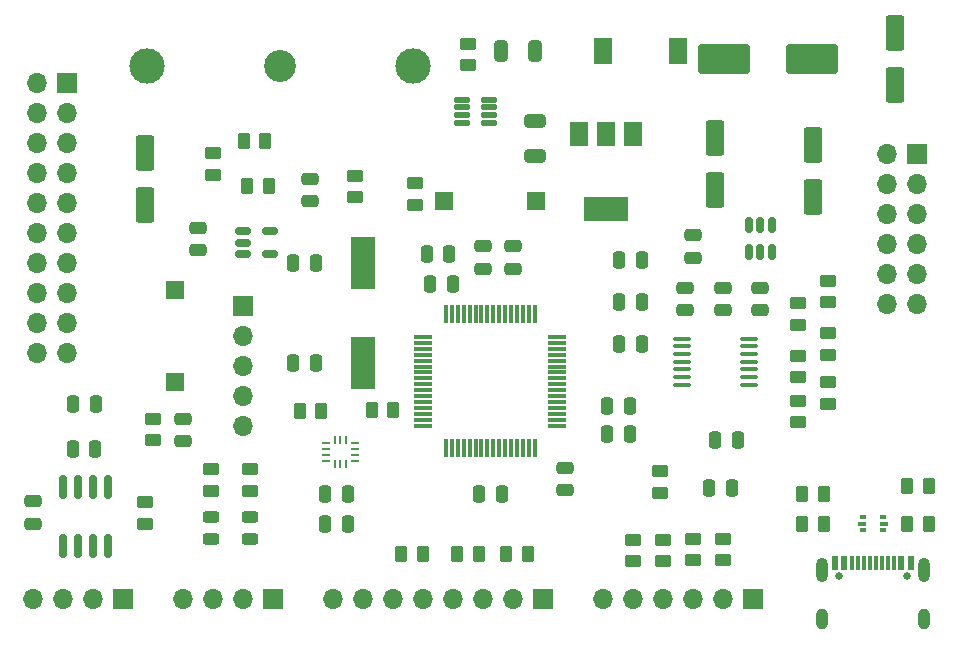
<source format=gbr>
%TF.GenerationSoftware,KiCad,Pcbnew,7.0.5*%
%TF.CreationDate,2023-06-26T01:29:26+02:00*%
%TF.ProjectId,GigaVesc,47696761-5665-4736-932e-6b696361645f,rev?*%
%TF.SameCoordinates,Original*%
%TF.FileFunction,Soldermask,Top*%
%TF.FilePolarity,Negative*%
%FSLAX46Y46*%
G04 Gerber Fmt 4.6, Leading zero omitted, Abs format (unit mm)*
G04 Created by KiCad (PCBNEW 7.0.5) date 2023-06-26 01:29:26*
%MOMM*%
%LPD*%
G01*
G04 APERTURE LIST*
G04 Aperture macros list*
%AMRoundRect*
0 Rectangle with rounded corners*
0 $1 Rounding radius*
0 $2 $3 $4 $5 $6 $7 $8 $9 X,Y pos of 4 corners*
0 Add a 4 corners polygon primitive as box body*
4,1,4,$2,$3,$4,$5,$6,$7,$8,$9,$2,$3,0*
0 Add four circle primitives for the rounded corners*
1,1,$1+$1,$2,$3*
1,1,$1+$1,$4,$5*
1,1,$1+$1,$6,$7*
1,1,$1+$1,$8,$9*
0 Add four rect primitives between the rounded corners*
20,1,$1+$1,$2,$3,$4,$5,0*
20,1,$1+$1,$4,$5,$6,$7,0*
20,1,$1+$1,$6,$7,$8,$9,0*
20,1,$1+$1,$8,$9,$2,$3,0*%
G04 Aperture macros list end*
%ADD10RoundRect,0.250000X0.262500X0.450000X-0.262500X0.450000X-0.262500X-0.450000X0.262500X-0.450000X0*%
%ADD11RoundRect,0.250000X-0.450000X0.262500X-0.450000X-0.262500X0.450000X-0.262500X0.450000X0.262500X0*%
%ADD12RoundRect,0.150000X-0.150000X0.825000X-0.150000X-0.825000X0.150000X-0.825000X0.150000X0.825000X0*%
%ADD13RoundRect,0.150000X0.150000X-0.512500X0.150000X0.512500X-0.150000X0.512500X-0.150000X-0.512500X0*%
%ADD14RoundRect,0.250000X0.250000X0.475000X-0.250000X0.475000X-0.250000X-0.475000X0.250000X-0.475000X0*%
%ADD15RoundRect,0.250000X-0.250000X-0.475000X0.250000X-0.475000X0.250000X0.475000X-0.250000X0.475000X0*%
%ADD16RoundRect,0.250000X-0.475000X0.250000X-0.475000X-0.250000X0.475000X-0.250000X0.475000X0.250000X0*%
%ADD17R,1.700000X1.700000*%
%ADD18O,1.700000X1.700000*%
%ADD19RoundRect,0.125000X0.537500X0.125000X-0.537500X0.125000X-0.537500X-0.125000X0.537500X-0.125000X0*%
%ADD20RoundRect,0.243750X-0.456250X0.243750X-0.456250X-0.243750X0.456250X-0.243750X0.456250X0.243750X0*%
%ADD21RoundRect,0.250000X0.550000X-1.250000X0.550000X1.250000X-0.550000X1.250000X-0.550000X-1.250000X0*%
%ADD22R,1.500000X2.200000*%
%ADD23RoundRect,0.250000X-0.650000X0.325000X-0.650000X-0.325000X0.650000X-0.325000X0.650000X0.325000X0*%
%ADD24RoundRect,0.100000X0.637500X0.100000X-0.637500X0.100000X-0.637500X-0.100000X0.637500X-0.100000X0*%
%ADD25R,1.500000X2.000000*%
%ADD26R,3.800000X2.000000*%
%ADD27C,2.700000*%
%ADD28C,3.000000*%
%ADD29R,0.675000X0.250000*%
%ADD30R,0.250000X0.675000*%
%ADD31RoundRect,0.250000X0.475000X-0.250000X0.475000X0.250000X-0.475000X0.250000X-0.475000X-0.250000X0*%
%ADD32RoundRect,0.250000X0.450000X-0.262500X0.450000X0.262500X-0.450000X0.262500X-0.450000X-0.262500X0*%
%ADD33RoundRect,0.250000X-0.262500X-0.450000X0.262500X-0.450000X0.262500X0.450000X-0.262500X0.450000X0*%
%ADD34RoundRect,0.250000X-0.325000X-0.650000X0.325000X-0.650000X0.325000X0.650000X-0.325000X0.650000X0*%
%ADD35R,1.500000X1.500000*%
%ADD36RoundRect,0.150000X-0.512500X-0.150000X0.512500X-0.150000X0.512500X0.150000X-0.512500X0.150000X0*%
%ADD37C,0.650000*%
%ADD38R,0.600000X1.150000*%
%ADD39R,0.300000X1.150000*%
%ADD40O,1.000000X2.100000*%
%ADD41O,1.000000X1.800000*%
%ADD42RoundRect,0.075000X-0.700000X-0.075000X0.700000X-0.075000X0.700000X0.075000X-0.700000X0.075000X0*%
%ADD43RoundRect,0.075000X-0.075000X-0.700000X0.075000X-0.700000X0.075000X0.700000X-0.075000X0.700000X0*%
%ADD44RoundRect,0.250000X-1.950000X-1.000000X1.950000X-1.000000X1.950000X1.000000X-1.950000X1.000000X0*%
%ADD45R,0.500000X0.375000*%
%ADD46R,0.650000X0.300000*%
%ADD47R,2.000000X4.500000*%
G04 APERTURE END LIST*
D10*
%TO.C,R22*%
X193952500Y-111125000D03*
X192127500Y-111125000D03*
%TD*%
D11*
%TO.C,R21*%
X127635000Y-112475000D03*
X127635000Y-114300000D03*
%TD*%
D12*
%TO.C,U6*%
X124460000Y-111190000D03*
X123190000Y-111190000D03*
X121920000Y-111190000D03*
X120650000Y-111190000D03*
X120650000Y-116140000D03*
X121920000Y-116140000D03*
X123190000Y-116140000D03*
X124460000Y-116140000D03*
%TD*%
D10*
%TO.C,R28*%
X137795000Y-81915000D03*
X135970000Y-81915000D03*
%TD*%
D13*
%TO.C,U5*%
X178755000Y-91307500D03*
X179705000Y-91307500D03*
X180655000Y-91307500D03*
X180655000Y-89032500D03*
X179705000Y-89032500D03*
X178755000Y-89032500D03*
%TD*%
D11*
%TO.C,R20*%
X168910000Y-115650000D03*
X168910000Y-117475000D03*
%TD*%
D14*
%TO.C,C2*%
X142047000Y-92202000D03*
X140147000Y-92202000D03*
%TD*%
D15*
%TO.C,C6*%
X151450000Y-91440000D03*
X153350000Y-91440000D03*
%TD*%
D16*
%TO.C,C1*%
X130810000Y-105415000D03*
X130810000Y-107315000D03*
%TD*%
D17*
%TO.C,J7*%
X135890000Y-95890000D03*
D18*
X135890000Y-98430000D03*
X135890000Y-100970000D03*
X135890000Y-103510000D03*
X135890000Y-106050000D03*
%TD*%
D14*
%TO.C,C8*%
X168656000Y-106680000D03*
X166756000Y-106680000D03*
%TD*%
D19*
%TO.C,U10*%
X156712500Y-80350000D03*
X156712500Y-79700000D03*
X156712500Y-79050000D03*
X156712500Y-78400000D03*
X154437500Y-78400000D03*
X154437500Y-79050000D03*
X154437500Y-79700000D03*
X154437500Y-80350000D03*
%TD*%
D20*
%TO.C,D1*%
X136525000Y-113695000D03*
X136525000Y-115570000D03*
%TD*%
D21*
%TO.C,C33*%
X184150000Y-86655000D03*
X184150000Y-82255000D03*
%TD*%
D15*
%TO.C,C7*%
X167772000Y-99060000D03*
X169672000Y-99060000D03*
%TD*%
D16*
%TO.C,C13*%
X156210000Y-90810000D03*
X156210000Y-92710000D03*
%TD*%
D22*
%TO.C,L1*%
X166345000Y-74295000D03*
X172745000Y-74295000D03*
%TD*%
D23*
%TO.C,C35*%
X160655000Y-80235000D03*
X160655000Y-83185000D03*
%TD*%
D10*
%TO.C,R14*%
X155852500Y-116840000D03*
X154027500Y-116840000D03*
%TD*%
D24*
%TO.C,U4*%
X178757500Y-102534000D03*
X178757500Y-101884000D03*
X178757500Y-101234000D03*
X178757500Y-100584000D03*
X178757500Y-99934000D03*
X178757500Y-99284000D03*
X178757500Y-98634000D03*
X173032500Y-98634000D03*
X173032500Y-99284000D03*
X173032500Y-99934000D03*
X173032500Y-100584000D03*
X173032500Y-101234000D03*
X173032500Y-101884000D03*
X173032500Y-102534000D03*
%TD*%
D25*
%TO.C,U9*%
X168924000Y-81305000D03*
X166624000Y-81305000D03*
D26*
X166624000Y-87605000D03*
D25*
X164324000Y-81305000D03*
%TD*%
D27*
%TO.C,F1*%
X139065000Y-75565000D03*
D28*
X127815000Y-75565000D03*
X150315000Y-75565000D03*
%TD*%
D21*
%TO.C,C32*%
X191135000Y-77130000D03*
X191135000Y-72730000D03*
%TD*%
%TO.C,C30*%
X175895000Y-86020000D03*
X175895000Y-81620000D03*
%TD*%
%TO.C,C28*%
X127635000Y-87290000D03*
X127635000Y-82890000D03*
%TD*%
D29*
%TO.C,U3*%
X142890000Y-107450000D03*
X142890000Y-107950000D03*
X142890000Y-108450000D03*
X142890000Y-108950000D03*
D30*
X143652500Y-109212500D03*
X144152500Y-109212500D03*
X144652500Y-109212500D03*
D29*
X145415000Y-108950000D03*
X145415000Y-108450000D03*
X145415000Y-107950000D03*
X145415000Y-107450000D03*
D30*
X144652500Y-107187500D03*
X144152500Y-107187500D03*
X143652500Y-107187500D03*
%TD*%
D31*
%TO.C,C19*%
X176530000Y-96200000D03*
X176530000Y-94300000D03*
%TD*%
D15*
%TO.C,C25*%
X175392000Y-111252000D03*
X177292000Y-111252000D03*
%TD*%
D16*
%TO.C,C12*%
X158750000Y-90810000D03*
X158750000Y-92710000D03*
%TD*%
D32*
%TO.C,R7*%
X182880000Y-97432500D03*
X182880000Y-95607500D03*
%TD*%
D14*
%TO.C,C11*%
X169672000Y-95504000D03*
X167772000Y-95504000D03*
%TD*%
%TO.C,C10*%
X169672000Y-91948000D03*
X167772000Y-91948000D03*
%TD*%
D32*
%TO.C,R2*%
X150495000Y-87272500D03*
X150495000Y-85447500D03*
%TD*%
D14*
%TO.C,C9*%
X168656000Y-104305000D03*
X166756000Y-104305000D03*
%TD*%
D11*
%TO.C,R30*%
X133350000Y-82907500D03*
X133350000Y-84732500D03*
%TD*%
D33*
%TO.C,R29*%
X136247500Y-85725000D03*
X138072500Y-85725000D03*
%TD*%
D10*
%TO.C,R25*%
X185062500Y-114300000D03*
X183237500Y-114300000D03*
%TD*%
D11*
%TO.C,R19*%
X171450000Y-115650000D03*
X171450000Y-117475000D03*
%TD*%
D10*
%TO.C,R5*%
X142541000Y-104775000D03*
X140716000Y-104775000D03*
%TD*%
D16*
%TO.C,C22*%
X173990000Y-89855000D03*
X173990000Y-91755000D03*
%TD*%
D33*
%TO.C,R24*%
X183237500Y-111760000D03*
X185062500Y-111760000D03*
%TD*%
D11*
%TO.C,R16*%
X171196000Y-109855000D03*
X171196000Y-111680000D03*
%TD*%
D15*
%TO.C,C5*%
X151770000Y-93980000D03*
X153670000Y-93980000D03*
%TD*%
D32*
%TO.C,R4*%
X133223000Y-111481000D03*
X133223000Y-109656000D03*
%TD*%
D15*
%TO.C,C3*%
X140147000Y-100711000D03*
X142047000Y-100711000D03*
%TD*%
D11*
%TO.C,R10*%
X185420000Y-93702500D03*
X185420000Y-95527500D03*
%TD*%
D34*
%TO.C,C29*%
X157705000Y-74295000D03*
X160655000Y-74295000D03*
%TD*%
D15*
%TO.C,C27*%
X121478000Y-107950000D03*
X123378000Y-107950000D03*
%TD*%
D31*
%TO.C,C14*%
X132080000Y-91120000D03*
X132080000Y-89220000D03*
%TD*%
D35*
%TO.C,SW1*%
X160745000Y-86995000D03*
X152945000Y-86995000D03*
%TD*%
D36*
%TO.C,U2*%
X135890000Y-89535000D03*
X135890000Y-90485000D03*
X135890000Y-91435000D03*
X138165000Y-91435000D03*
X138165000Y-89535000D03*
%TD*%
D15*
%TO.C,C17*%
X142880000Y-114300000D03*
X144780000Y-114300000D03*
%TD*%
D32*
%TO.C,R3*%
X136525000Y-111504500D03*
X136525000Y-109679500D03*
%TD*%
D37*
%TO.C,J9*%
X186340000Y-118680000D03*
X192120000Y-118680000D03*
D38*
X186030000Y-117605000D03*
X186830000Y-117605000D03*
D39*
X187980000Y-117605000D03*
X188980000Y-117605000D03*
X189480000Y-117605000D03*
X190480000Y-117605000D03*
D38*
X191630000Y-117605000D03*
X192430000Y-117605000D03*
X192430000Y-117605000D03*
X191630000Y-117605000D03*
D39*
X190980000Y-117605000D03*
X189980000Y-117605000D03*
X188480000Y-117605000D03*
X187480000Y-117605000D03*
D38*
X186830000Y-117605000D03*
X186030000Y-117605000D03*
D40*
X184910000Y-118180000D03*
D41*
X184910000Y-122360000D03*
D40*
X193550000Y-118180000D03*
D41*
X193550000Y-122360000D03*
%TD*%
D17*
%TO.C,J3*%
X138420000Y-120650000D03*
D18*
X135880000Y-120650000D03*
X133340000Y-120650000D03*
X130800000Y-120650000D03*
%TD*%
D33*
%TO.C,R13*%
X158195000Y-116840000D03*
X160020000Y-116840000D03*
%TD*%
D11*
%TO.C,R18*%
X173990000Y-115570000D03*
X173990000Y-117395000D03*
%TD*%
D31*
%TO.C,C15*%
X141605000Y-86995000D03*
X141605000Y-85095000D03*
%TD*%
D32*
%TO.C,R9*%
X182880000Y-105687500D03*
X182880000Y-103862500D03*
%TD*%
D15*
%TO.C,C16*%
X142880000Y-111760000D03*
X144780000Y-111760000D03*
%TD*%
D32*
%TO.C,R27*%
X154940000Y-75485000D03*
X154940000Y-73660000D03*
%TD*%
D42*
%TO.C,U1*%
X151170000Y-98485000D03*
X151170000Y-98985000D03*
X151170000Y-99485000D03*
X151170000Y-99985000D03*
X151170000Y-100485000D03*
X151170000Y-100985000D03*
X151170000Y-101485000D03*
X151170000Y-101985000D03*
X151170000Y-102485000D03*
X151170000Y-102985000D03*
X151170000Y-103485000D03*
X151170000Y-103985000D03*
X151170000Y-104485000D03*
X151170000Y-104985000D03*
X151170000Y-105485000D03*
X151170000Y-105985000D03*
D43*
X153095000Y-107910000D03*
X153595000Y-107910000D03*
X154095000Y-107910000D03*
X154595000Y-107910000D03*
X155095000Y-107910000D03*
X155595000Y-107910000D03*
X156095000Y-107910000D03*
X156595000Y-107910000D03*
X157095000Y-107910000D03*
X157595000Y-107910000D03*
X158095000Y-107910000D03*
X158595000Y-107910000D03*
X159095000Y-107910000D03*
X159595000Y-107910000D03*
X160095000Y-107910000D03*
X160595000Y-107910000D03*
D42*
X162520000Y-105985000D03*
X162520000Y-105485000D03*
X162520000Y-104985000D03*
X162520000Y-104485000D03*
X162520000Y-103985000D03*
X162520000Y-103485000D03*
X162520000Y-102985000D03*
X162520000Y-102485000D03*
X162520000Y-101985000D03*
X162520000Y-101485000D03*
X162520000Y-100985000D03*
X162520000Y-100485000D03*
X162520000Y-99985000D03*
X162520000Y-99485000D03*
X162520000Y-98985000D03*
X162520000Y-98485000D03*
D43*
X160595000Y-96560000D03*
X160095000Y-96560000D03*
X159595000Y-96560000D03*
X159095000Y-96560000D03*
X158595000Y-96560000D03*
X158095000Y-96560000D03*
X157595000Y-96560000D03*
X157095000Y-96560000D03*
X156595000Y-96560000D03*
X156095000Y-96560000D03*
X155595000Y-96560000D03*
X155095000Y-96560000D03*
X154595000Y-96560000D03*
X154095000Y-96560000D03*
X153595000Y-96560000D03*
X153095000Y-96560000D03*
%TD*%
D44*
%TO.C,C34*%
X176640000Y-74930000D03*
X184040000Y-74930000D03*
%TD*%
D16*
%TO.C,C4*%
X163195000Y-109540000D03*
X163195000Y-111440000D03*
%TD*%
D17*
%TO.C,J1*%
X161275000Y-120650000D03*
D18*
X158735000Y-120650000D03*
X156195000Y-120650000D03*
X153655000Y-120650000D03*
X151115000Y-120650000D03*
X148575000Y-120650000D03*
X146035000Y-120650000D03*
X143495000Y-120650000D03*
%TD*%
D35*
%TO.C,SW2*%
X130175000Y-102325000D03*
X130175000Y-94525000D03*
%TD*%
D14*
%TO.C,C23*%
X157795000Y-111760000D03*
X155895000Y-111760000D03*
%TD*%
D33*
%TO.C,R15*%
X149305000Y-116840000D03*
X151130000Y-116840000D03*
%TD*%
D15*
%TO.C,C21*%
X175900000Y-107188000D03*
X177800000Y-107188000D03*
%TD*%
D17*
%TO.C,J5*%
X179070000Y-120650000D03*
D18*
X176530000Y-120650000D03*
X173990000Y-120650000D03*
X171450000Y-120650000D03*
X168910000Y-120650000D03*
X166370000Y-120650000D03*
%TD*%
D11*
%TO.C,R11*%
X185420000Y-98147500D03*
X185420000Y-99972500D03*
%TD*%
D10*
%TO.C,R6*%
X148637000Y-104648000D03*
X146812000Y-104648000D03*
%TD*%
D17*
%TO.C,J8*%
X125730000Y-120650000D03*
D18*
X123190000Y-120650000D03*
X120650000Y-120650000D03*
X118110000Y-120650000D03*
%TD*%
D15*
%TO.C,C26*%
X121544000Y-104140000D03*
X123444000Y-104140000D03*
%TD*%
D11*
%TO.C,R26*%
X145415000Y-84812500D03*
X145415000Y-86637500D03*
%TD*%
D32*
%TO.C,R1*%
X128270000Y-107235000D03*
X128270000Y-105410000D03*
%TD*%
D45*
%TO.C,U7*%
X188380000Y-113762500D03*
D46*
X188305000Y-114300000D03*
D45*
X188380000Y-114837500D03*
X190080000Y-114837500D03*
D46*
X190155000Y-114300000D03*
D45*
X190080000Y-113762500D03*
%TD*%
D11*
%TO.C,R12*%
X185420000Y-102315000D03*
X185420000Y-104140000D03*
%TD*%
D20*
%TO.C,D2*%
X133223000Y-113695000D03*
X133223000Y-115570000D03*
%TD*%
D47*
%TO.C,Y1*%
X146050000Y-100702000D03*
X146050000Y-92202000D03*
%TD*%
D31*
%TO.C,C24*%
X118110000Y-114295000D03*
X118110000Y-112395000D03*
%TD*%
%TO.C,C18*%
X179705000Y-96200000D03*
X179705000Y-94300000D03*
%TD*%
D32*
%TO.C,R8*%
X182880000Y-101877500D03*
X182880000Y-100052500D03*
%TD*%
%TO.C,R17*%
X176530000Y-117395000D03*
X176530000Y-115570000D03*
%TD*%
D31*
%TO.C,C20*%
X173355000Y-96200000D03*
X173355000Y-94300000D03*
%TD*%
D10*
%TO.C,R23*%
X193952500Y-114300000D03*
X192127500Y-114300000D03*
%TD*%
D17*
%TO.C,J6*%
X121000000Y-77000000D03*
D18*
X118460000Y-77000000D03*
X121000000Y-79540000D03*
X118460000Y-79540000D03*
X121000000Y-82080000D03*
X118460000Y-82080000D03*
X121000000Y-84620000D03*
X118460000Y-84620000D03*
X121000000Y-87160000D03*
X118460000Y-87160000D03*
X121000000Y-89700000D03*
X118460000Y-89700000D03*
X121000000Y-92240000D03*
X118460000Y-92240000D03*
X121000000Y-94780000D03*
X118460000Y-94780000D03*
X121000000Y-97320000D03*
X118460000Y-97320000D03*
X121000000Y-99860000D03*
X118460000Y-99860000D03*
%TD*%
D17*
%TO.C,J2*%
X193000000Y-83000000D03*
D18*
X190460000Y-83000000D03*
X193000000Y-85540000D03*
X190460000Y-85540000D03*
X193000000Y-88080000D03*
X190460000Y-88080000D03*
X193000000Y-90620000D03*
X190460000Y-90620000D03*
X193000000Y-93160000D03*
X190460000Y-93160000D03*
X193000000Y-95700000D03*
X190460000Y-95700000D03*
%TD*%
M02*

</source>
